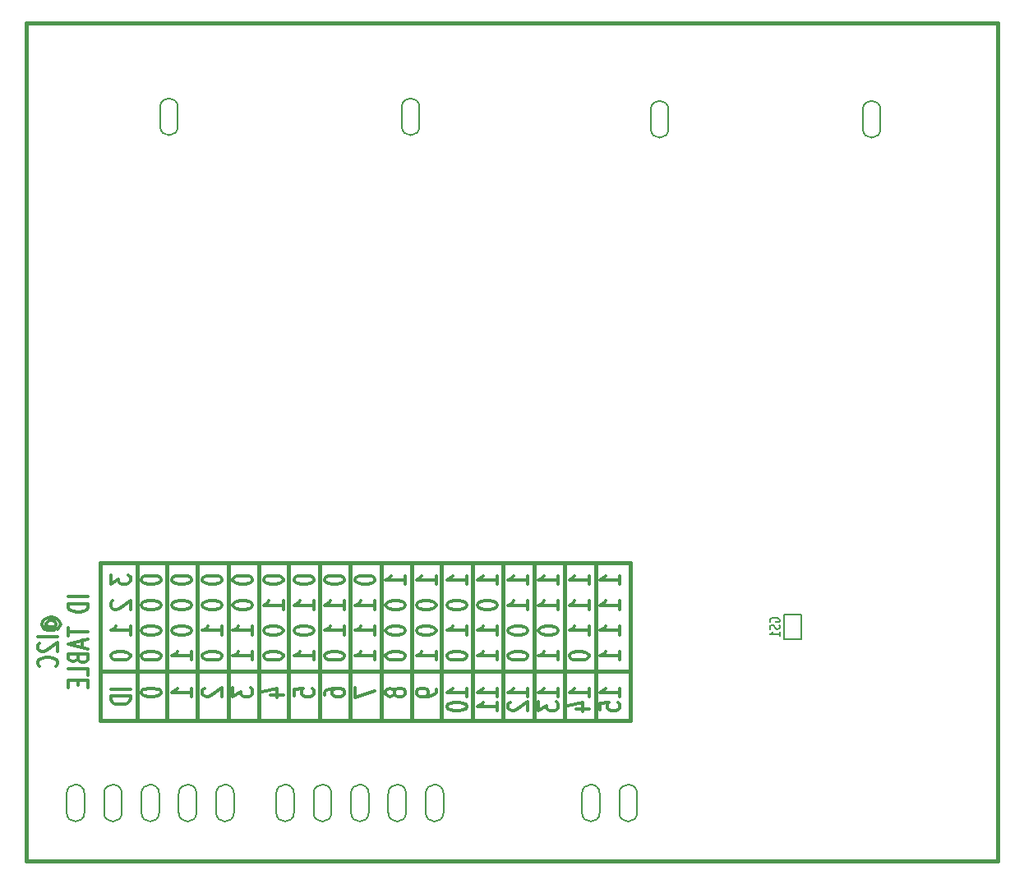
<source format=gbo>
G04 (created by PCBNEW (2013-07-07 BZR 4022)-stable) date 02/10/2018 19:34:55*
%MOIN*%
G04 Gerber Fmt 3.4, Leading zero omitted, Abs format*
%FSLAX34Y34*%
G01*
G70*
G90*
G04 APERTURE LIST*
%ADD10C,0.00590551*%
%ADD11C,0.015*%
%ADD12C,0.012*%
%ADD13C,0.005*%
G04 APERTURE END LIST*
G54D10*
G54D11*
X74500Y-54300D02*
X96000Y-54300D01*
X89600Y-56300D02*
X89600Y-49950D01*
X76000Y-49900D02*
X76000Y-56300D01*
X77200Y-56300D02*
X77200Y-49900D01*
X78450Y-49900D02*
X78450Y-56300D01*
X79700Y-56300D02*
X79700Y-49900D01*
X80950Y-49900D02*
X80950Y-56300D01*
X82150Y-49900D02*
X82200Y-49900D01*
X82150Y-56300D02*
X82150Y-49900D01*
X83400Y-49900D02*
X83400Y-56300D01*
X84650Y-49950D02*
X84650Y-49900D01*
X84650Y-56300D02*
X84650Y-49950D01*
X85900Y-56300D02*
X85900Y-49900D01*
X87150Y-49900D02*
X87200Y-49900D01*
X87150Y-56300D02*
X87150Y-49900D01*
X88350Y-56300D02*
X88400Y-56300D01*
X88350Y-49900D02*
X88350Y-56300D01*
X90850Y-49950D02*
X90850Y-56300D01*
X92100Y-49900D02*
X92150Y-49900D01*
X92100Y-56300D02*
X92100Y-49900D01*
X93350Y-56300D02*
X93400Y-56300D01*
X93350Y-49900D02*
X93350Y-56300D01*
X93300Y-49900D02*
X93400Y-49900D01*
X94600Y-56300D02*
X94600Y-49900D01*
X96000Y-56300D02*
X95900Y-56300D01*
X96000Y-49900D02*
X96000Y-56300D01*
X74500Y-49900D02*
X96000Y-49900D01*
X74500Y-56300D02*
X74500Y-49900D01*
X95900Y-56300D02*
X74500Y-56300D01*
G54D12*
X72392Y-52500D02*
X72354Y-52471D01*
X72316Y-52414D01*
X72316Y-52357D01*
X72354Y-52300D01*
X72392Y-52271D01*
X72469Y-52242D01*
X72545Y-52242D01*
X72621Y-52271D01*
X72659Y-52300D01*
X72697Y-52357D01*
X72697Y-52414D01*
X72659Y-52471D01*
X72621Y-52500D01*
X72316Y-52500D02*
X72621Y-52500D01*
X72659Y-52528D01*
X72659Y-52557D01*
X72621Y-52614D01*
X72545Y-52642D01*
X72354Y-52642D01*
X72240Y-52585D01*
X72164Y-52500D01*
X72126Y-52385D01*
X72164Y-52271D01*
X72240Y-52185D01*
X72354Y-52128D01*
X72507Y-52100D01*
X72659Y-52128D01*
X72773Y-52185D01*
X72850Y-52271D01*
X72888Y-52385D01*
X72850Y-52500D01*
X72773Y-52585D01*
X72773Y-52900D02*
X71973Y-52900D01*
X72050Y-53157D02*
X72011Y-53185D01*
X71973Y-53242D01*
X71973Y-53385D01*
X72011Y-53442D01*
X72050Y-53471D01*
X72126Y-53500D01*
X72202Y-53500D01*
X72316Y-53471D01*
X72773Y-53128D01*
X72773Y-53500D01*
X72697Y-54100D02*
X72735Y-54071D01*
X72773Y-53985D01*
X72773Y-53928D01*
X72735Y-53842D01*
X72659Y-53785D01*
X72583Y-53757D01*
X72430Y-53728D01*
X72316Y-53728D01*
X72164Y-53757D01*
X72088Y-53785D01*
X72011Y-53842D01*
X71973Y-53928D01*
X71973Y-53985D01*
X72011Y-54071D01*
X72050Y-54100D01*
X74013Y-51271D02*
X73213Y-51271D01*
X74013Y-51557D02*
X73213Y-51557D01*
X73213Y-51700D01*
X73251Y-51785D01*
X73328Y-51842D01*
X73404Y-51871D01*
X73556Y-51900D01*
X73670Y-51900D01*
X73823Y-51871D01*
X73899Y-51842D01*
X73975Y-51785D01*
X74013Y-51700D01*
X74013Y-51557D01*
X73213Y-52528D02*
X73213Y-52871D01*
X74013Y-52700D02*
X73213Y-52700D01*
X73785Y-53042D02*
X73785Y-53328D01*
X74013Y-52985D02*
X73213Y-53185D01*
X74013Y-53385D01*
X73594Y-53785D02*
X73632Y-53871D01*
X73670Y-53900D01*
X73747Y-53928D01*
X73861Y-53928D01*
X73937Y-53900D01*
X73975Y-53871D01*
X74013Y-53814D01*
X74013Y-53585D01*
X73213Y-53585D01*
X73213Y-53785D01*
X73251Y-53842D01*
X73290Y-53871D01*
X73366Y-53900D01*
X73442Y-53900D01*
X73518Y-53871D01*
X73556Y-53842D01*
X73594Y-53785D01*
X73594Y-53585D01*
X74013Y-54471D02*
X74013Y-54185D01*
X73213Y-54185D01*
X73594Y-54671D02*
X73594Y-54871D01*
X74013Y-54957D02*
X74013Y-54671D01*
X73213Y-54671D01*
X73213Y-54957D01*
X74923Y-50385D02*
X74923Y-50757D01*
X75228Y-50557D01*
X75228Y-50642D01*
X75266Y-50700D01*
X75304Y-50728D01*
X75380Y-50757D01*
X75571Y-50757D01*
X75647Y-50728D01*
X75685Y-50700D01*
X75723Y-50642D01*
X75723Y-50471D01*
X75685Y-50414D01*
X75647Y-50385D01*
X75000Y-51442D02*
X74961Y-51471D01*
X74923Y-51528D01*
X74923Y-51671D01*
X74961Y-51728D01*
X75000Y-51757D01*
X75076Y-51785D01*
X75152Y-51785D01*
X75266Y-51757D01*
X75723Y-51414D01*
X75723Y-51785D01*
X75723Y-52814D02*
X75723Y-52471D01*
X75723Y-52642D02*
X74923Y-52642D01*
X75038Y-52585D01*
X75114Y-52528D01*
X75152Y-52471D01*
X74923Y-53642D02*
X74923Y-53700D01*
X74961Y-53757D01*
X75000Y-53785D01*
X75076Y-53814D01*
X75228Y-53842D01*
X75419Y-53842D01*
X75571Y-53814D01*
X75647Y-53785D01*
X75685Y-53757D01*
X75723Y-53700D01*
X75723Y-53642D01*
X75685Y-53585D01*
X75647Y-53557D01*
X75571Y-53528D01*
X75419Y-53500D01*
X75228Y-53500D01*
X75076Y-53528D01*
X75000Y-53557D01*
X74961Y-53585D01*
X74923Y-53642D01*
X75723Y-55014D02*
X74923Y-55014D01*
X75723Y-55300D02*
X74923Y-55300D01*
X74923Y-55442D01*
X74961Y-55528D01*
X75038Y-55585D01*
X75114Y-55614D01*
X75266Y-55642D01*
X75380Y-55642D01*
X75533Y-55614D01*
X75609Y-55585D01*
X75685Y-55528D01*
X75723Y-55442D01*
X75723Y-55300D01*
X76163Y-50557D02*
X76163Y-50614D01*
X76201Y-50671D01*
X76240Y-50700D01*
X76316Y-50728D01*
X76468Y-50757D01*
X76659Y-50757D01*
X76811Y-50728D01*
X76887Y-50700D01*
X76925Y-50671D01*
X76963Y-50614D01*
X76963Y-50557D01*
X76925Y-50500D01*
X76887Y-50471D01*
X76811Y-50442D01*
X76659Y-50414D01*
X76468Y-50414D01*
X76316Y-50442D01*
X76240Y-50471D01*
X76201Y-50500D01*
X76163Y-50557D01*
X76163Y-51585D02*
X76163Y-51642D01*
X76201Y-51700D01*
X76240Y-51728D01*
X76316Y-51757D01*
X76468Y-51785D01*
X76659Y-51785D01*
X76811Y-51757D01*
X76887Y-51728D01*
X76925Y-51700D01*
X76963Y-51642D01*
X76963Y-51585D01*
X76925Y-51528D01*
X76887Y-51500D01*
X76811Y-51471D01*
X76659Y-51442D01*
X76468Y-51442D01*
X76316Y-51471D01*
X76240Y-51500D01*
X76201Y-51528D01*
X76163Y-51585D01*
X76163Y-52614D02*
X76163Y-52671D01*
X76201Y-52728D01*
X76240Y-52757D01*
X76316Y-52785D01*
X76468Y-52814D01*
X76659Y-52814D01*
X76811Y-52785D01*
X76887Y-52757D01*
X76925Y-52728D01*
X76963Y-52671D01*
X76963Y-52614D01*
X76925Y-52557D01*
X76887Y-52528D01*
X76811Y-52500D01*
X76659Y-52471D01*
X76468Y-52471D01*
X76316Y-52500D01*
X76240Y-52528D01*
X76201Y-52557D01*
X76163Y-52614D01*
X76163Y-53642D02*
X76163Y-53700D01*
X76201Y-53757D01*
X76240Y-53785D01*
X76316Y-53814D01*
X76468Y-53842D01*
X76659Y-53842D01*
X76811Y-53814D01*
X76887Y-53785D01*
X76925Y-53757D01*
X76963Y-53700D01*
X76963Y-53642D01*
X76925Y-53585D01*
X76887Y-53557D01*
X76811Y-53528D01*
X76659Y-53500D01*
X76468Y-53500D01*
X76316Y-53528D01*
X76240Y-53557D01*
X76201Y-53585D01*
X76163Y-53642D01*
X76163Y-55128D02*
X76163Y-55185D01*
X76201Y-55242D01*
X76240Y-55271D01*
X76316Y-55300D01*
X76468Y-55328D01*
X76659Y-55328D01*
X76811Y-55300D01*
X76887Y-55271D01*
X76925Y-55242D01*
X76963Y-55185D01*
X76963Y-55128D01*
X76925Y-55071D01*
X76887Y-55042D01*
X76811Y-55014D01*
X76659Y-54985D01*
X76468Y-54985D01*
X76316Y-55014D01*
X76240Y-55042D01*
X76201Y-55071D01*
X76163Y-55128D01*
X77403Y-50557D02*
X77403Y-50614D01*
X77441Y-50671D01*
X77480Y-50700D01*
X77556Y-50728D01*
X77708Y-50757D01*
X77899Y-50757D01*
X78051Y-50728D01*
X78127Y-50700D01*
X78165Y-50671D01*
X78203Y-50614D01*
X78203Y-50557D01*
X78165Y-50500D01*
X78127Y-50471D01*
X78051Y-50442D01*
X77899Y-50414D01*
X77708Y-50414D01*
X77556Y-50442D01*
X77480Y-50471D01*
X77441Y-50500D01*
X77403Y-50557D01*
X77403Y-51585D02*
X77403Y-51642D01*
X77441Y-51700D01*
X77480Y-51728D01*
X77556Y-51757D01*
X77708Y-51785D01*
X77899Y-51785D01*
X78051Y-51757D01*
X78127Y-51728D01*
X78165Y-51700D01*
X78203Y-51642D01*
X78203Y-51585D01*
X78165Y-51528D01*
X78127Y-51500D01*
X78051Y-51471D01*
X77899Y-51442D01*
X77708Y-51442D01*
X77556Y-51471D01*
X77480Y-51500D01*
X77441Y-51528D01*
X77403Y-51585D01*
X77403Y-52614D02*
X77403Y-52671D01*
X77441Y-52728D01*
X77480Y-52757D01*
X77556Y-52785D01*
X77708Y-52814D01*
X77899Y-52814D01*
X78051Y-52785D01*
X78127Y-52757D01*
X78165Y-52728D01*
X78203Y-52671D01*
X78203Y-52614D01*
X78165Y-52557D01*
X78127Y-52528D01*
X78051Y-52500D01*
X77899Y-52471D01*
X77708Y-52471D01*
X77556Y-52500D01*
X77480Y-52528D01*
X77441Y-52557D01*
X77403Y-52614D01*
X78203Y-53842D02*
X78203Y-53500D01*
X78203Y-53671D02*
X77403Y-53671D01*
X77518Y-53614D01*
X77594Y-53557D01*
X77632Y-53500D01*
X78203Y-55328D02*
X78203Y-54985D01*
X78203Y-55157D02*
X77403Y-55157D01*
X77518Y-55100D01*
X77594Y-55042D01*
X77632Y-54985D01*
X78643Y-50557D02*
X78643Y-50614D01*
X78681Y-50671D01*
X78720Y-50700D01*
X78796Y-50728D01*
X78948Y-50757D01*
X79139Y-50757D01*
X79291Y-50728D01*
X79367Y-50700D01*
X79405Y-50671D01*
X79443Y-50614D01*
X79443Y-50557D01*
X79405Y-50500D01*
X79367Y-50471D01*
X79291Y-50442D01*
X79139Y-50414D01*
X78948Y-50414D01*
X78796Y-50442D01*
X78720Y-50471D01*
X78681Y-50500D01*
X78643Y-50557D01*
X78643Y-51585D02*
X78643Y-51642D01*
X78681Y-51700D01*
X78720Y-51728D01*
X78796Y-51757D01*
X78948Y-51785D01*
X79139Y-51785D01*
X79291Y-51757D01*
X79367Y-51728D01*
X79405Y-51700D01*
X79443Y-51642D01*
X79443Y-51585D01*
X79405Y-51528D01*
X79367Y-51500D01*
X79291Y-51471D01*
X79139Y-51442D01*
X78948Y-51442D01*
X78796Y-51471D01*
X78720Y-51500D01*
X78681Y-51528D01*
X78643Y-51585D01*
X79443Y-52814D02*
X79443Y-52471D01*
X79443Y-52642D02*
X78643Y-52642D01*
X78758Y-52585D01*
X78834Y-52528D01*
X78872Y-52471D01*
X78643Y-53642D02*
X78643Y-53700D01*
X78681Y-53757D01*
X78720Y-53785D01*
X78796Y-53814D01*
X78948Y-53842D01*
X79139Y-53842D01*
X79291Y-53814D01*
X79367Y-53785D01*
X79405Y-53757D01*
X79443Y-53700D01*
X79443Y-53642D01*
X79405Y-53585D01*
X79367Y-53557D01*
X79291Y-53528D01*
X79139Y-53500D01*
X78948Y-53500D01*
X78796Y-53528D01*
X78720Y-53557D01*
X78681Y-53585D01*
X78643Y-53642D01*
X78720Y-54985D02*
X78681Y-55014D01*
X78643Y-55071D01*
X78643Y-55214D01*
X78681Y-55271D01*
X78720Y-55300D01*
X78796Y-55328D01*
X78872Y-55328D01*
X78986Y-55300D01*
X79443Y-54957D01*
X79443Y-55328D01*
X79883Y-50557D02*
X79883Y-50614D01*
X79921Y-50671D01*
X79960Y-50700D01*
X80036Y-50728D01*
X80188Y-50757D01*
X80379Y-50757D01*
X80531Y-50728D01*
X80607Y-50700D01*
X80645Y-50671D01*
X80683Y-50614D01*
X80683Y-50557D01*
X80645Y-50500D01*
X80607Y-50471D01*
X80531Y-50442D01*
X80379Y-50414D01*
X80188Y-50414D01*
X80036Y-50442D01*
X79960Y-50471D01*
X79921Y-50500D01*
X79883Y-50557D01*
X79883Y-51585D02*
X79883Y-51642D01*
X79921Y-51700D01*
X79960Y-51728D01*
X80036Y-51757D01*
X80188Y-51785D01*
X80379Y-51785D01*
X80531Y-51757D01*
X80607Y-51728D01*
X80645Y-51700D01*
X80683Y-51642D01*
X80683Y-51585D01*
X80645Y-51528D01*
X80607Y-51500D01*
X80531Y-51471D01*
X80379Y-51442D01*
X80188Y-51442D01*
X80036Y-51471D01*
X79960Y-51500D01*
X79921Y-51528D01*
X79883Y-51585D01*
X80683Y-52814D02*
X80683Y-52471D01*
X80683Y-52642D02*
X79883Y-52642D01*
X79998Y-52585D01*
X80074Y-52528D01*
X80112Y-52471D01*
X80683Y-53842D02*
X80683Y-53500D01*
X80683Y-53671D02*
X79883Y-53671D01*
X79998Y-53614D01*
X80074Y-53557D01*
X80112Y-53500D01*
X79883Y-54957D02*
X79883Y-55328D01*
X80188Y-55128D01*
X80188Y-55214D01*
X80226Y-55271D01*
X80264Y-55300D01*
X80340Y-55328D01*
X80531Y-55328D01*
X80607Y-55300D01*
X80645Y-55271D01*
X80683Y-55214D01*
X80683Y-55042D01*
X80645Y-54985D01*
X80607Y-54957D01*
X81123Y-50557D02*
X81123Y-50614D01*
X81161Y-50671D01*
X81200Y-50700D01*
X81276Y-50728D01*
X81428Y-50757D01*
X81619Y-50757D01*
X81771Y-50728D01*
X81847Y-50700D01*
X81885Y-50671D01*
X81923Y-50614D01*
X81923Y-50557D01*
X81885Y-50500D01*
X81847Y-50471D01*
X81771Y-50442D01*
X81619Y-50414D01*
X81428Y-50414D01*
X81276Y-50442D01*
X81200Y-50471D01*
X81161Y-50500D01*
X81123Y-50557D01*
X81923Y-51785D02*
X81923Y-51442D01*
X81923Y-51614D02*
X81123Y-51614D01*
X81238Y-51557D01*
X81314Y-51500D01*
X81352Y-51442D01*
X81123Y-52614D02*
X81123Y-52671D01*
X81161Y-52728D01*
X81200Y-52757D01*
X81276Y-52785D01*
X81428Y-52814D01*
X81619Y-52814D01*
X81771Y-52785D01*
X81847Y-52757D01*
X81885Y-52728D01*
X81923Y-52671D01*
X81923Y-52614D01*
X81885Y-52557D01*
X81847Y-52528D01*
X81771Y-52500D01*
X81619Y-52471D01*
X81428Y-52471D01*
X81276Y-52500D01*
X81200Y-52528D01*
X81161Y-52557D01*
X81123Y-52614D01*
X81123Y-53642D02*
X81123Y-53700D01*
X81161Y-53757D01*
X81200Y-53785D01*
X81276Y-53814D01*
X81428Y-53842D01*
X81619Y-53842D01*
X81771Y-53814D01*
X81847Y-53785D01*
X81885Y-53757D01*
X81923Y-53700D01*
X81923Y-53642D01*
X81885Y-53585D01*
X81847Y-53557D01*
X81771Y-53528D01*
X81619Y-53500D01*
X81428Y-53500D01*
X81276Y-53528D01*
X81200Y-53557D01*
X81161Y-53585D01*
X81123Y-53642D01*
X81390Y-55271D02*
X81923Y-55271D01*
X81085Y-55128D02*
X81657Y-54985D01*
X81657Y-55357D01*
X82363Y-50557D02*
X82363Y-50614D01*
X82401Y-50671D01*
X82440Y-50700D01*
X82516Y-50728D01*
X82668Y-50757D01*
X82859Y-50757D01*
X83011Y-50728D01*
X83087Y-50700D01*
X83125Y-50671D01*
X83163Y-50614D01*
X83163Y-50557D01*
X83125Y-50500D01*
X83087Y-50471D01*
X83011Y-50442D01*
X82859Y-50414D01*
X82668Y-50414D01*
X82516Y-50442D01*
X82440Y-50471D01*
X82401Y-50500D01*
X82363Y-50557D01*
X83163Y-51785D02*
X83163Y-51442D01*
X83163Y-51614D02*
X82363Y-51614D01*
X82478Y-51557D01*
X82554Y-51500D01*
X82592Y-51442D01*
X82363Y-52614D02*
X82363Y-52671D01*
X82401Y-52728D01*
X82440Y-52757D01*
X82516Y-52785D01*
X82668Y-52814D01*
X82859Y-52814D01*
X83011Y-52785D01*
X83087Y-52757D01*
X83125Y-52728D01*
X83163Y-52671D01*
X83163Y-52614D01*
X83125Y-52557D01*
X83087Y-52528D01*
X83011Y-52500D01*
X82859Y-52471D01*
X82668Y-52471D01*
X82516Y-52500D01*
X82440Y-52528D01*
X82401Y-52557D01*
X82363Y-52614D01*
X83163Y-53842D02*
X83163Y-53500D01*
X83163Y-53671D02*
X82363Y-53671D01*
X82478Y-53614D01*
X82554Y-53557D01*
X82592Y-53500D01*
X82363Y-55300D02*
X82363Y-55014D01*
X82744Y-54985D01*
X82706Y-55014D01*
X82668Y-55071D01*
X82668Y-55214D01*
X82706Y-55271D01*
X82744Y-55300D01*
X82820Y-55328D01*
X83011Y-55328D01*
X83087Y-55300D01*
X83125Y-55271D01*
X83163Y-55214D01*
X83163Y-55071D01*
X83125Y-55014D01*
X83087Y-54985D01*
X83603Y-50557D02*
X83603Y-50614D01*
X83641Y-50671D01*
X83680Y-50700D01*
X83756Y-50728D01*
X83908Y-50757D01*
X84099Y-50757D01*
X84251Y-50728D01*
X84327Y-50700D01*
X84365Y-50671D01*
X84403Y-50614D01*
X84403Y-50557D01*
X84365Y-50500D01*
X84327Y-50471D01*
X84251Y-50442D01*
X84099Y-50414D01*
X83908Y-50414D01*
X83756Y-50442D01*
X83680Y-50471D01*
X83641Y-50500D01*
X83603Y-50557D01*
X84403Y-51785D02*
X84403Y-51442D01*
X84403Y-51614D02*
X83603Y-51614D01*
X83718Y-51557D01*
X83794Y-51500D01*
X83832Y-51442D01*
X84403Y-52814D02*
X84403Y-52471D01*
X84403Y-52642D02*
X83603Y-52642D01*
X83718Y-52585D01*
X83794Y-52528D01*
X83832Y-52471D01*
X83603Y-53642D02*
X83603Y-53700D01*
X83641Y-53757D01*
X83680Y-53785D01*
X83756Y-53814D01*
X83908Y-53842D01*
X84099Y-53842D01*
X84251Y-53814D01*
X84327Y-53785D01*
X84365Y-53757D01*
X84403Y-53700D01*
X84403Y-53642D01*
X84365Y-53585D01*
X84327Y-53557D01*
X84251Y-53528D01*
X84099Y-53500D01*
X83908Y-53500D01*
X83756Y-53528D01*
X83680Y-53557D01*
X83641Y-53585D01*
X83603Y-53642D01*
X83603Y-55271D02*
X83603Y-55157D01*
X83641Y-55100D01*
X83680Y-55071D01*
X83794Y-55014D01*
X83946Y-54985D01*
X84251Y-54985D01*
X84327Y-55014D01*
X84365Y-55042D01*
X84403Y-55100D01*
X84403Y-55214D01*
X84365Y-55271D01*
X84327Y-55300D01*
X84251Y-55328D01*
X84060Y-55328D01*
X83984Y-55300D01*
X83946Y-55271D01*
X83908Y-55214D01*
X83908Y-55100D01*
X83946Y-55042D01*
X83984Y-55014D01*
X84060Y-54985D01*
X84843Y-50557D02*
X84843Y-50614D01*
X84881Y-50671D01*
X84920Y-50700D01*
X84996Y-50728D01*
X85148Y-50757D01*
X85339Y-50757D01*
X85491Y-50728D01*
X85567Y-50700D01*
X85605Y-50671D01*
X85643Y-50614D01*
X85643Y-50557D01*
X85605Y-50500D01*
X85567Y-50471D01*
X85491Y-50442D01*
X85339Y-50414D01*
X85148Y-50414D01*
X84996Y-50442D01*
X84920Y-50471D01*
X84881Y-50500D01*
X84843Y-50557D01*
X85643Y-51785D02*
X85643Y-51442D01*
X85643Y-51614D02*
X84843Y-51614D01*
X84958Y-51557D01*
X85034Y-51500D01*
X85072Y-51442D01*
X85643Y-52814D02*
X85643Y-52471D01*
X85643Y-52642D02*
X84843Y-52642D01*
X84958Y-52585D01*
X85034Y-52528D01*
X85072Y-52471D01*
X85643Y-53842D02*
X85643Y-53500D01*
X85643Y-53671D02*
X84843Y-53671D01*
X84958Y-53614D01*
X85034Y-53557D01*
X85072Y-53500D01*
X84843Y-54957D02*
X84843Y-55357D01*
X85643Y-55100D01*
X86883Y-50757D02*
X86883Y-50414D01*
X86883Y-50585D02*
X86083Y-50585D01*
X86198Y-50528D01*
X86274Y-50471D01*
X86312Y-50414D01*
X86083Y-51585D02*
X86083Y-51642D01*
X86121Y-51700D01*
X86160Y-51728D01*
X86236Y-51757D01*
X86388Y-51785D01*
X86579Y-51785D01*
X86731Y-51757D01*
X86807Y-51728D01*
X86845Y-51700D01*
X86883Y-51642D01*
X86883Y-51585D01*
X86845Y-51528D01*
X86807Y-51500D01*
X86731Y-51471D01*
X86579Y-51442D01*
X86388Y-51442D01*
X86236Y-51471D01*
X86160Y-51500D01*
X86121Y-51528D01*
X86083Y-51585D01*
X86083Y-52614D02*
X86083Y-52671D01*
X86121Y-52728D01*
X86160Y-52757D01*
X86236Y-52785D01*
X86388Y-52814D01*
X86579Y-52814D01*
X86731Y-52785D01*
X86807Y-52757D01*
X86845Y-52728D01*
X86883Y-52671D01*
X86883Y-52614D01*
X86845Y-52557D01*
X86807Y-52528D01*
X86731Y-52500D01*
X86579Y-52471D01*
X86388Y-52471D01*
X86236Y-52500D01*
X86160Y-52528D01*
X86121Y-52557D01*
X86083Y-52614D01*
X86083Y-53642D02*
X86083Y-53700D01*
X86121Y-53757D01*
X86160Y-53785D01*
X86236Y-53814D01*
X86388Y-53842D01*
X86579Y-53842D01*
X86731Y-53814D01*
X86807Y-53785D01*
X86845Y-53757D01*
X86883Y-53700D01*
X86883Y-53642D01*
X86845Y-53585D01*
X86807Y-53557D01*
X86731Y-53528D01*
X86579Y-53500D01*
X86388Y-53500D01*
X86236Y-53528D01*
X86160Y-53557D01*
X86121Y-53585D01*
X86083Y-53642D01*
X86426Y-55100D02*
X86388Y-55042D01*
X86350Y-55014D01*
X86274Y-54985D01*
X86236Y-54985D01*
X86160Y-55014D01*
X86121Y-55042D01*
X86083Y-55100D01*
X86083Y-55214D01*
X86121Y-55271D01*
X86160Y-55300D01*
X86236Y-55328D01*
X86274Y-55328D01*
X86350Y-55300D01*
X86388Y-55271D01*
X86426Y-55214D01*
X86426Y-55100D01*
X86464Y-55042D01*
X86502Y-55014D01*
X86579Y-54985D01*
X86731Y-54985D01*
X86807Y-55014D01*
X86845Y-55042D01*
X86883Y-55100D01*
X86883Y-55214D01*
X86845Y-55271D01*
X86807Y-55300D01*
X86731Y-55328D01*
X86579Y-55328D01*
X86502Y-55300D01*
X86464Y-55271D01*
X86426Y-55214D01*
X88123Y-50757D02*
X88123Y-50414D01*
X88123Y-50585D02*
X87323Y-50585D01*
X87438Y-50528D01*
X87514Y-50471D01*
X87552Y-50414D01*
X87323Y-51585D02*
X87323Y-51642D01*
X87361Y-51700D01*
X87400Y-51728D01*
X87476Y-51757D01*
X87628Y-51785D01*
X87819Y-51785D01*
X87971Y-51757D01*
X88047Y-51728D01*
X88085Y-51700D01*
X88123Y-51642D01*
X88123Y-51585D01*
X88085Y-51528D01*
X88047Y-51500D01*
X87971Y-51471D01*
X87819Y-51442D01*
X87628Y-51442D01*
X87476Y-51471D01*
X87400Y-51500D01*
X87361Y-51528D01*
X87323Y-51585D01*
X87323Y-52614D02*
X87323Y-52671D01*
X87361Y-52728D01*
X87400Y-52757D01*
X87476Y-52785D01*
X87628Y-52814D01*
X87819Y-52814D01*
X87971Y-52785D01*
X88047Y-52757D01*
X88085Y-52728D01*
X88123Y-52671D01*
X88123Y-52614D01*
X88085Y-52557D01*
X88047Y-52528D01*
X87971Y-52500D01*
X87819Y-52471D01*
X87628Y-52471D01*
X87476Y-52500D01*
X87400Y-52528D01*
X87361Y-52557D01*
X87323Y-52614D01*
X88123Y-53842D02*
X88123Y-53500D01*
X88123Y-53671D02*
X87323Y-53671D01*
X87438Y-53614D01*
X87514Y-53557D01*
X87552Y-53500D01*
X88123Y-55042D02*
X88123Y-55157D01*
X88085Y-55214D01*
X88047Y-55242D01*
X87933Y-55300D01*
X87780Y-55328D01*
X87476Y-55328D01*
X87400Y-55300D01*
X87361Y-55271D01*
X87323Y-55214D01*
X87323Y-55100D01*
X87361Y-55042D01*
X87400Y-55014D01*
X87476Y-54985D01*
X87666Y-54985D01*
X87742Y-55014D01*
X87780Y-55042D01*
X87819Y-55100D01*
X87819Y-55214D01*
X87780Y-55271D01*
X87742Y-55300D01*
X87666Y-55328D01*
X89363Y-50757D02*
X89363Y-50414D01*
X89363Y-50585D02*
X88563Y-50585D01*
X88678Y-50528D01*
X88754Y-50471D01*
X88792Y-50414D01*
X88563Y-51585D02*
X88563Y-51642D01*
X88601Y-51700D01*
X88640Y-51728D01*
X88716Y-51757D01*
X88868Y-51785D01*
X89059Y-51785D01*
X89211Y-51757D01*
X89287Y-51728D01*
X89325Y-51700D01*
X89363Y-51642D01*
X89363Y-51585D01*
X89325Y-51528D01*
X89287Y-51500D01*
X89211Y-51471D01*
X89059Y-51442D01*
X88868Y-51442D01*
X88716Y-51471D01*
X88640Y-51500D01*
X88601Y-51528D01*
X88563Y-51585D01*
X89363Y-52814D02*
X89363Y-52471D01*
X89363Y-52642D02*
X88563Y-52642D01*
X88678Y-52585D01*
X88754Y-52528D01*
X88792Y-52471D01*
X88563Y-53642D02*
X88563Y-53700D01*
X88601Y-53757D01*
X88640Y-53785D01*
X88716Y-53814D01*
X88868Y-53842D01*
X89059Y-53842D01*
X89211Y-53814D01*
X89287Y-53785D01*
X89325Y-53757D01*
X89363Y-53700D01*
X89363Y-53642D01*
X89325Y-53585D01*
X89287Y-53557D01*
X89211Y-53528D01*
X89059Y-53500D01*
X88868Y-53500D01*
X88716Y-53528D01*
X88640Y-53557D01*
X88601Y-53585D01*
X88563Y-53642D01*
X89363Y-55328D02*
X89363Y-54985D01*
X89363Y-55157D02*
X88563Y-55157D01*
X88678Y-55100D01*
X88754Y-55042D01*
X88792Y-54985D01*
X88563Y-55700D02*
X88563Y-55757D01*
X88601Y-55814D01*
X88640Y-55842D01*
X88716Y-55871D01*
X88868Y-55900D01*
X89059Y-55900D01*
X89211Y-55871D01*
X89287Y-55842D01*
X89325Y-55814D01*
X89363Y-55757D01*
X89363Y-55700D01*
X89325Y-55642D01*
X89287Y-55614D01*
X89211Y-55585D01*
X89059Y-55557D01*
X88868Y-55557D01*
X88716Y-55585D01*
X88640Y-55614D01*
X88601Y-55642D01*
X88563Y-55700D01*
X90603Y-50757D02*
X90603Y-50414D01*
X90603Y-50585D02*
X89803Y-50585D01*
X89918Y-50528D01*
X89994Y-50471D01*
X90032Y-50414D01*
X89803Y-51585D02*
X89803Y-51642D01*
X89841Y-51700D01*
X89880Y-51728D01*
X89956Y-51757D01*
X90108Y-51785D01*
X90299Y-51785D01*
X90451Y-51757D01*
X90527Y-51728D01*
X90565Y-51700D01*
X90603Y-51642D01*
X90603Y-51585D01*
X90565Y-51528D01*
X90527Y-51500D01*
X90451Y-51471D01*
X90299Y-51442D01*
X90108Y-51442D01*
X89956Y-51471D01*
X89880Y-51500D01*
X89841Y-51528D01*
X89803Y-51585D01*
X90603Y-52814D02*
X90603Y-52471D01*
X90603Y-52642D02*
X89803Y-52642D01*
X89918Y-52585D01*
X89994Y-52528D01*
X90032Y-52471D01*
X90603Y-53842D02*
X90603Y-53500D01*
X90603Y-53671D02*
X89803Y-53671D01*
X89918Y-53614D01*
X89994Y-53557D01*
X90032Y-53500D01*
X90603Y-55328D02*
X90603Y-54985D01*
X90603Y-55157D02*
X89803Y-55157D01*
X89918Y-55100D01*
X89994Y-55042D01*
X90032Y-54985D01*
X90603Y-55900D02*
X90603Y-55557D01*
X90603Y-55728D02*
X89803Y-55728D01*
X89918Y-55671D01*
X89994Y-55614D01*
X90032Y-55557D01*
X91843Y-50757D02*
X91843Y-50414D01*
X91843Y-50585D02*
X91043Y-50585D01*
X91158Y-50528D01*
X91234Y-50471D01*
X91272Y-50414D01*
X91843Y-51785D02*
X91843Y-51442D01*
X91843Y-51614D02*
X91043Y-51614D01*
X91158Y-51557D01*
X91234Y-51500D01*
X91272Y-51442D01*
X91043Y-52614D02*
X91043Y-52671D01*
X91081Y-52728D01*
X91120Y-52757D01*
X91196Y-52785D01*
X91348Y-52814D01*
X91539Y-52814D01*
X91691Y-52785D01*
X91767Y-52757D01*
X91805Y-52728D01*
X91843Y-52671D01*
X91843Y-52614D01*
X91805Y-52557D01*
X91767Y-52528D01*
X91691Y-52500D01*
X91539Y-52471D01*
X91348Y-52471D01*
X91196Y-52500D01*
X91120Y-52528D01*
X91081Y-52557D01*
X91043Y-52614D01*
X91043Y-53642D02*
X91043Y-53700D01*
X91081Y-53757D01*
X91120Y-53785D01*
X91196Y-53814D01*
X91348Y-53842D01*
X91539Y-53842D01*
X91691Y-53814D01*
X91767Y-53785D01*
X91805Y-53757D01*
X91843Y-53700D01*
X91843Y-53642D01*
X91805Y-53585D01*
X91767Y-53557D01*
X91691Y-53528D01*
X91539Y-53500D01*
X91348Y-53500D01*
X91196Y-53528D01*
X91120Y-53557D01*
X91081Y-53585D01*
X91043Y-53642D01*
X91843Y-55328D02*
X91843Y-54985D01*
X91843Y-55157D02*
X91043Y-55157D01*
X91158Y-55100D01*
X91234Y-55042D01*
X91272Y-54985D01*
X91120Y-55557D02*
X91081Y-55585D01*
X91043Y-55642D01*
X91043Y-55785D01*
X91081Y-55842D01*
X91120Y-55871D01*
X91196Y-55900D01*
X91272Y-55900D01*
X91386Y-55871D01*
X91843Y-55528D01*
X91843Y-55900D01*
X93083Y-50757D02*
X93083Y-50414D01*
X93083Y-50585D02*
X92283Y-50585D01*
X92398Y-50528D01*
X92474Y-50471D01*
X92512Y-50414D01*
X93083Y-51785D02*
X93083Y-51442D01*
X93083Y-51614D02*
X92283Y-51614D01*
X92398Y-51557D01*
X92474Y-51500D01*
X92512Y-51442D01*
X92283Y-52614D02*
X92283Y-52671D01*
X92321Y-52728D01*
X92360Y-52757D01*
X92436Y-52785D01*
X92588Y-52814D01*
X92779Y-52814D01*
X92931Y-52785D01*
X93007Y-52757D01*
X93045Y-52728D01*
X93083Y-52671D01*
X93083Y-52614D01*
X93045Y-52557D01*
X93007Y-52528D01*
X92931Y-52500D01*
X92779Y-52471D01*
X92588Y-52471D01*
X92436Y-52500D01*
X92360Y-52528D01*
X92321Y-52557D01*
X92283Y-52614D01*
X93083Y-53842D02*
X93083Y-53500D01*
X93083Y-53671D02*
X92283Y-53671D01*
X92398Y-53614D01*
X92474Y-53557D01*
X92512Y-53500D01*
X93083Y-55328D02*
X93083Y-54985D01*
X93083Y-55157D02*
X92283Y-55157D01*
X92398Y-55100D01*
X92474Y-55042D01*
X92512Y-54985D01*
X92283Y-55528D02*
X92283Y-55900D01*
X92588Y-55700D01*
X92588Y-55785D01*
X92626Y-55842D01*
X92664Y-55871D01*
X92740Y-55900D01*
X92931Y-55900D01*
X93007Y-55871D01*
X93045Y-55842D01*
X93083Y-55785D01*
X93083Y-55614D01*
X93045Y-55557D01*
X93007Y-55528D01*
X94323Y-50757D02*
X94323Y-50414D01*
X94323Y-50585D02*
X93523Y-50585D01*
X93638Y-50528D01*
X93714Y-50471D01*
X93752Y-50414D01*
X94323Y-51785D02*
X94323Y-51442D01*
X94323Y-51614D02*
X93523Y-51614D01*
X93638Y-51557D01*
X93714Y-51500D01*
X93752Y-51442D01*
X94323Y-52814D02*
X94323Y-52471D01*
X94323Y-52642D02*
X93523Y-52642D01*
X93638Y-52585D01*
X93714Y-52528D01*
X93752Y-52471D01*
X93523Y-53642D02*
X93523Y-53700D01*
X93561Y-53757D01*
X93600Y-53785D01*
X93676Y-53814D01*
X93828Y-53842D01*
X94019Y-53842D01*
X94171Y-53814D01*
X94247Y-53785D01*
X94285Y-53757D01*
X94323Y-53700D01*
X94323Y-53642D01*
X94285Y-53585D01*
X94247Y-53557D01*
X94171Y-53528D01*
X94019Y-53500D01*
X93828Y-53500D01*
X93676Y-53528D01*
X93600Y-53557D01*
X93561Y-53585D01*
X93523Y-53642D01*
X94323Y-55328D02*
X94323Y-54985D01*
X94323Y-55157D02*
X93523Y-55157D01*
X93638Y-55100D01*
X93714Y-55042D01*
X93752Y-54985D01*
X93790Y-55842D02*
X94323Y-55842D01*
X93485Y-55700D02*
X94057Y-55557D01*
X94057Y-55928D01*
X95563Y-50757D02*
X95563Y-50414D01*
X95563Y-50585D02*
X94763Y-50585D01*
X94878Y-50528D01*
X94954Y-50471D01*
X94992Y-50414D01*
X95563Y-51785D02*
X95563Y-51442D01*
X95563Y-51614D02*
X94763Y-51614D01*
X94878Y-51557D01*
X94954Y-51500D01*
X94992Y-51442D01*
X95563Y-52814D02*
X95563Y-52471D01*
X95563Y-52642D02*
X94763Y-52642D01*
X94878Y-52585D01*
X94954Y-52528D01*
X94992Y-52471D01*
X95563Y-53842D02*
X95563Y-53500D01*
X95563Y-53671D02*
X94763Y-53671D01*
X94878Y-53614D01*
X94954Y-53557D01*
X94992Y-53500D01*
X95563Y-55328D02*
X95563Y-54985D01*
X95563Y-55157D02*
X94763Y-55157D01*
X94878Y-55100D01*
X94954Y-55042D01*
X94992Y-54985D01*
X94763Y-55871D02*
X94763Y-55585D01*
X95144Y-55557D01*
X95106Y-55585D01*
X95068Y-55642D01*
X95068Y-55785D01*
X95106Y-55842D01*
X95144Y-55871D01*
X95220Y-55900D01*
X95411Y-55900D01*
X95487Y-55871D01*
X95525Y-55842D01*
X95563Y-55785D01*
X95563Y-55642D01*
X95525Y-55585D01*
X95487Y-55557D01*
G54D11*
X71500Y-62000D02*
X110900Y-62000D01*
X71500Y-28000D02*
X110900Y-28000D01*
X110900Y-28000D02*
X110800Y-28000D01*
X110900Y-62000D02*
X110900Y-28000D01*
X71500Y-62000D02*
X71500Y-28000D01*
G54D13*
X102950Y-52000D02*
X102950Y-53000D01*
X102250Y-53000D02*
X102250Y-52000D01*
X102250Y-53000D02*
X102950Y-53000D01*
X102950Y-52000D02*
X102250Y-52000D01*
G54D10*
X81639Y-59255D02*
X81639Y-60035D01*
X82360Y-59255D02*
X82360Y-60035D01*
X81639Y-60035D02*
G75*
G03X82360Y-60035I360J0D01*
G74*
G01*
X82360Y-59255D02*
G75*
G03X81639Y-59255I-360J0D01*
G74*
G01*
X83155Y-59255D02*
X83155Y-60035D01*
X83876Y-59255D02*
X83876Y-60035D01*
X83155Y-60035D02*
G75*
G03X83876Y-60035I360J0D01*
G74*
G01*
X83876Y-59255D02*
G75*
G03X83155Y-59255I-360J0D01*
G74*
G01*
X84671Y-59255D02*
X84671Y-60035D01*
X85391Y-59255D02*
X85391Y-60035D01*
X84671Y-60035D02*
G75*
G03X85391Y-60035I360J0D01*
G74*
G01*
X85391Y-59255D02*
G75*
G03X84671Y-59255I-360J0D01*
G74*
G01*
X86186Y-59255D02*
X86186Y-60035D01*
X86907Y-59255D02*
X86907Y-60035D01*
X86186Y-60035D02*
G75*
G03X86907Y-60035I360J0D01*
G74*
G01*
X86907Y-59255D02*
G75*
G03X86186Y-59255I-360J0D01*
G74*
G01*
X87702Y-59255D02*
X87702Y-60035D01*
X88423Y-59255D02*
X88423Y-60035D01*
X87702Y-60035D02*
G75*
G03X88423Y-60035I360J0D01*
G74*
G01*
X88423Y-59255D02*
G75*
G03X87702Y-59255I-360J0D01*
G74*
G01*
X73139Y-59255D02*
X73139Y-60035D01*
X73860Y-59255D02*
X73860Y-60035D01*
X73139Y-60035D02*
G75*
G03X73860Y-60035I360J0D01*
G74*
G01*
X73860Y-59255D02*
G75*
G03X73139Y-59255I-360J0D01*
G74*
G01*
X74655Y-59255D02*
X74655Y-60035D01*
X75376Y-59255D02*
X75376Y-60035D01*
X74655Y-60035D02*
G75*
G03X75376Y-60035I360J0D01*
G74*
G01*
X75376Y-59255D02*
G75*
G03X74655Y-59255I-360J0D01*
G74*
G01*
X76171Y-59255D02*
X76171Y-60035D01*
X76891Y-59255D02*
X76891Y-60035D01*
X76171Y-60035D02*
G75*
G03X76891Y-60035I360J0D01*
G74*
G01*
X76891Y-59255D02*
G75*
G03X76171Y-59255I-360J0D01*
G74*
G01*
X77686Y-59255D02*
X77686Y-60035D01*
X78407Y-59255D02*
X78407Y-60035D01*
X77686Y-60035D02*
G75*
G03X78407Y-60035I360J0D01*
G74*
G01*
X78407Y-59255D02*
G75*
G03X77686Y-59255I-360J0D01*
G74*
G01*
X79202Y-59255D02*
X79202Y-60035D01*
X79923Y-59255D02*
X79923Y-60035D01*
X79202Y-60035D02*
G75*
G03X79923Y-60035I360J0D01*
G74*
G01*
X79923Y-59255D02*
G75*
G03X79202Y-59255I-360J0D01*
G74*
G01*
X94039Y-59255D02*
X94039Y-60035D01*
X94760Y-59255D02*
X94760Y-60035D01*
X94039Y-60035D02*
G75*
G03X94760Y-60035I360J0D01*
G74*
G01*
X94760Y-59255D02*
G75*
G03X94039Y-59255I-360J0D01*
G74*
G01*
X95555Y-59255D02*
X95555Y-60035D01*
X96276Y-59255D02*
X96276Y-60035D01*
X95555Y-60035D02*
G75*
G03X96276Y-60035I360J0D01*
G74*
G01*
X96276Y-59255D02*
G75*
G03X95555Y-59255I-360J0D01*
G74*
G01*
X77650Y-32190D02*
X77650Y-31410D01*
X76929Y-32190D02*
X76929Y-31410D01*
X77650Y-31410D02*
G75*
G03X76929Y-31410I-360J0D01*
G74*
G01*
X76929Y-32190D02*
G75*
G03X77650Y-32190I360J0D01*
G74*
G01*
X87450Y-32190D02*
X87450Y-31410D01*
X86729Y-32190D02*
X86729Y-31410D01*
X87450Y-31410D02*
G75*
G03X86729Y-31410I-360J0D01*
G74*
G01*
X86729Y-32190D02*
G75*
G03X87450Y-32190I360J0D01*
G74*
G01*
X97550Y-32290D02*
X97550Y-31510D01*
X96829Y-32290D02*
X96829Y-31510D01*
X97550Y-31510D02*
G75*
G03X96829Y-31510I-360J0D01*
G74*
G01*
X96829Y-32290D02*
G75*
G03X97550Y-32290I360J0D01*
G74*
G01*
X106150Y-32290D02*
X106150Y-31510D01*
X105429Y-32290D02*
X105429Y-31510D01*
X106150Y-31510D02*
G75*
G03X105429Y-31510I-360J0D01*
G74*
G01*
X105429Y-32290D02*
G75*
G03X106150Y-32290I360J0D01*
G74*
G01*
G54D13*
X101680Y-52292D02*
X101661Y-52264D01*
X101661Y-52221D01*
X101680Y-52178D01*
X101719Y-52150D01*
X101757Y-52135D01*
X101833Y-52121D01*
X101890Y-52121D01*
X101966Y-52135D01*
X102004Y-52150D01*
X102042Y-52178D01*
X102061Y-52221D01*
X102061Y-52250D01*
X102042Y-52292D01*
X102023Y-52307D01*
X101890Y-52307D01*
X101890Y-52250D01*
X102042Y-52421D02*
X102061Y-52464D01*
X102061Y-52535D01*
X102042Y-52564D01*
X102023Y-52578D01*
X101985Y-52592D01*
X101947Y-52592D01*
X101909Y-52578D01*
X101890Y-52564D01*
X101871Y-52535D01*
X101852Y-52478D01*
X101833Y-52450D01*
X101814Y-52435D01*
X101776Y-52421D01*
X101738Y-52421D01*
X101700Y-52435D01*
X101680Y-52450D01*
X101661Y-52478D01*
X101661Y-52550D01*
X101680Y-52592D01*
X102061Y-52878D02*
X102061Y-52707D01*
X102061Y-52792D02*
X101661Y-52792D01*
X101719Y-52764D01*
X101757Y-52735D01*
X101776Y-52707D01*
M02*

</source>
